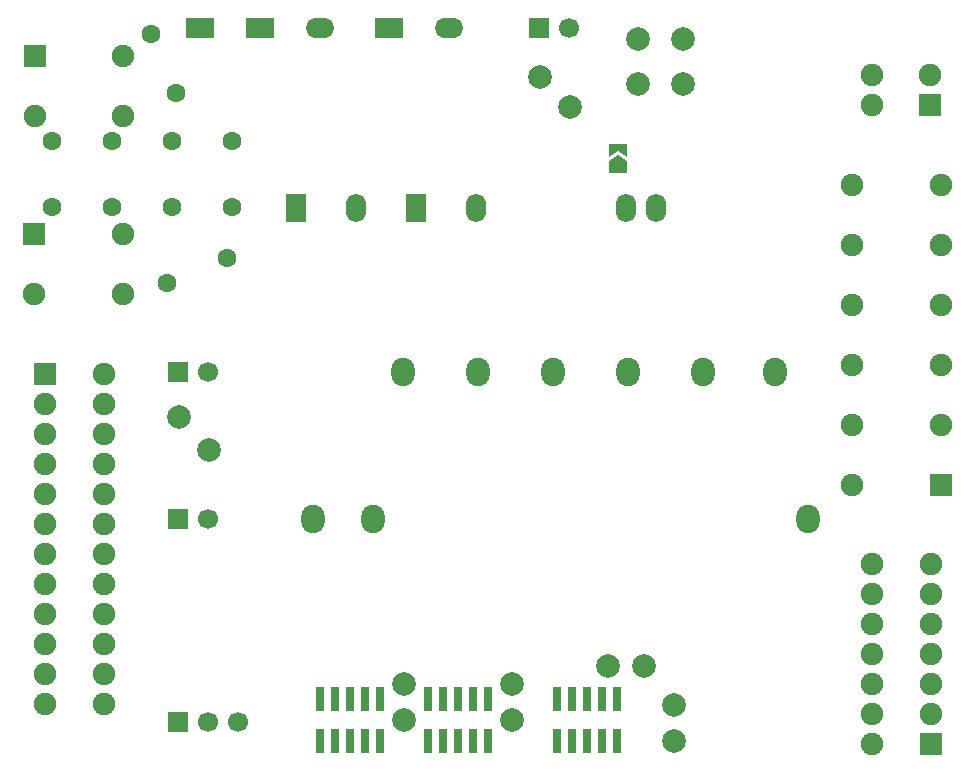
<source format=gbr>
%TF.GenerationSoftware,KiCad,Pcbnew,(5.1.10)-1*%
%TF.CreationDate,2021-06-06T16:07:07+07:00*%
%TF.ProjectId,Mother_module,4d6f7468-6572-45f6-9d6f-64756c652e6b,rev?*%
%TF.SameCoordinates,Original*%
%TF.FileFunction,Soldermask,Top*%
%TF.FilePolarity,Negative*%
%FSLAX46Y46*%
G04 Gerber Fmt 4.6, Leading zero omitted, Abs format (unit mm)*
G04 Created by KiCad (PCBNEW (5.1.10)-1) date 2021-06-06 16:07:07*
%MOMM*%
%LPD*%
G01*
G04 APERTURE LIST*
%ADD10C,1.900000*%
%ADD11R,1.900000X1.900000*%
%ADD12C,2.000000*%
%ADD13R,1.700000X2.400000*%
%ADD14O,1.700000X2.400000*%
%ADD15C,1.700000*%
%ADD16R,1.700000X1.700000*%
%ADD17R,2.400000X1.700000*%
%ADD18O,2.400000X1.700000*%
%ADD19O,2.000000X2.400000*%
%ADD20C,0.100000*%
%ADD21C,1.600000*%
%ADD22R,0.750000X2.100000*%
G04 APERTURE END LIST*
D10*
%TO.C,XP2*%
X61646000Y-84887000D03*
X69166000Y-84887000D03*
D11*
X61646000Y-79807000D03*
D10*
X69166000Y-79807000D03*
%TD*%
%TO.C,XP6*%
X137492000Y-81458000D03*
X132512000Y-81458000D03*
D11*
X137492000Y-83998000D03*
D10*
X132512000Y-83998000D03*
%TD*%
D12*
%TO.C,TP10*%
X116510000Y-82220000D03*
%TD*%
%TO.C,TP9*%
X106985000Y-84125000D03*
%TD*%
%TO.C,TP8*%
X116510000Y-78410000D03*
%TD*%
%TO.C,TP7*%
X104445000Y-81585000D03*
%TD*%
D13*
%TO.C,U6*%
X83744000Y-92697500D03*
D14*
X88824000Y-92697500D03*
X111684000Y-92697500D03*
X114224000Y-92697500D03*
%TD*%
D15*
%TO.C,U4*%
X106860000Y-77470000D03*
D16*
X104320000Y-77470000D03*
D17*
X75618000Y-77470000D03*
X80698000Y-77470000D03*
D18*
X85778000Y-77470000D03*
D17*
X91620000Y-77470000D03*
D18*
X96700000Y-77470000D03*
%TD*%
D13*
%TO.C,U5*%
X93904000Y-92697500D03*
D14*
X98984000Y-92697500D03*
X111684000Y-92697500D03*
X114224000Y-92697500D03*
%TD*%
D19*
%TO.C,U7*%
X124336000Y-106553000D03*
X118240000Y-106553000D03*
X111890000Y-106553000D03*
D16*
X73790000Y-106553000D03*
D15*
X76330000Y-106553000D03*
D19*
X92840000Y-106553000D03*
X99190000Y-106553000D03*
X105540000Y-106553000D03*
%TD*%
D16*
%TO.C,U8*%
X73790000Y-118999000D03*
D15*
X76330000Y-118999000D03*
D19*
X90300000Y-118999000D03*
X85220000Y-118999000D03*
X127130000Y-118999000D03*
%TD*%
D12*
%TO.C,TP4*%
X112700000Y-82220000D03*
%TD*%
%TO.C,TP3*%
X112700000Y-78410000D03*
%TD*%
D20*
%TO.C,JP1*%
G36*
X111049000Y-88205000D02*
G01*
X111799000Y-88705000D01*
X111799000Y-89705000D01*
X110299000Y-89705000D01*
X110299000Y-88705000D01*
X111049000Y-88205000D01*
G37*
G36*
X111799000Y-87255000D02*
G01*
X111799000Y-88405000D01*
X111049000Y-87905000D01*
X110299000Y-88405000D01*
X110299000Y-87255000D01*
X111799000Y-87255000D01*
G37*
%TD*%
D21*
%TO.C,RV1*%
X71482000Y-77982000D03*
X73582000Y-82982000D03*
%TD*%
%TO.C,RV2*%
X72902000Y-99052000D03*
X77902000Y-96952000D03*
%TD*%
%TO.C,F2*%
X68193500Y-92634000D03*
X78353500Y-92634000D03*
X63113500Y-92634000D03*
X73273500Y-92634000D03*
%TD*%
D10*
%TO.C,XP3*%
X61639500Y-100000000D03*
X69159500Y-100000000D03*
D11*
X61639500Y-94920000D03*
D10*
X69159500Y-94920000D03*
%TD*%
D12*
%TO.C,TP16*%
X115748000Y-134798000D03*
%TD*%
%TO.C,TP15*%
X110160000Y-131496000D03*
%TD*%
%TO.C,TP12*%
X113208000Y-131496000D03*
%TD*%
%TO.C,TP11*%
X115748000Y-137846000D03*
%TD*%
%TO.C,TP14*%
X102032000Y-133020000D03*
%TD*%
%TO.C,TP13*%
X102032000Y-136068000D03*
%TD*%
D10*
%TO.C,XP1*%
X67501500Y-134671000D03*
X62521500Y-134671000D03*
X62521500Y-132131000D03*
X67501500Y-132131000D03*
X67501500Y-129591000D03*
X62521500Y-129591000D03*
X67501500Y-127051000D03*
X62521500Y-127051000D03*
X62521500Y-124511000D03*
X67501500Y-124511000D03*
X62521500Y-121971000D03*
X67501500Y-121971000D03*
X62521500Y-119431000D03*
X67501500Y-119431000D03*
X62521500Y-116891000D03*
X67501500Y-116891000D03*
X62521500Y-114351000D03*
X67501500Y-114351000D03*
X62521500Y-111811000D03*
X67501500Y-111811000D03*
X62521500Y-109271000D03*
X67501500Y-109271000D03*
D11*
X62521500Y-106731000D03*
D10*
X67501500Y-106731000D03*
%TD*%
D12*
%TO.C,TP2*%
X92888000Y-136068000D03*
%TD*%
D10*
%TO.C,XP4*%
X137528500Y-122860000D03*
X132548500Y-122860000D03*
X137528500Y-125400000D03*
X132548500Y-125400000D03*
X137528500Y-127940000D03*
X132548500Y-127940000D03*
X137528500Y-130480000D03*
X132548500Y-130480000D03*
X137528500Y-133020000D03*
X132548500Y-133020000D03*
X137528500Y-135560000D03*
X132548500Y-135560000D03*
D11*
X137528500Y-138100000D03*
D10*
X132548500Y-138100000D03*
%TD*%
D12*
%TO.C,TP1*%
X92888000Y-133020000D03*
%TD*%
D22*
%TO.C,U3*%
X110922000Y-137842000D03*
X110922000Y-134242000D03*
X109652000Y-137842000D03*
X109652000Y-134242000D03*
X108382000Y-137842000D03*
X108382000Y-134242000D03*
X107112000Y-137842000D03*
X107112000Y-134242000D03*
X105842000Y-137842000D03*
X105842000Y-134242000D03*
X100000000Y-137842000D03*
X100000000Y-134242000D03*
X98730000Y-137842000D03*
X98730000Y-134242000D03*
X97460000Y-137842000D03*
X97460000Y-134242000D03*
X96190000Y-137842000D03*
X96190000Y-134242000D03*
X94920000Y-137842000D03*
X94920000Y-134242000D03*
X90856000Y-137842000D03*
X90856000Y-134242000D03*
X89586000Y-137842000D03*
X89586000Y-134242000D03*
X88316000Y-137842000D03*
X88316000Y-134242000D03*
X87046000Y-137842000D03*
X87046000Y-134242000D03*
X85776000Y-137842000D03*
X85776000Y-134242000D03*
D15*
X78870000Y-136212000D03*
X76330000Y-136212000D03*
D16*
X73790000Y-136212000D03*
%TD*%
D10*
%TO.C,XP5*%
X138417500Y-90729000D03*
X130897500Y-90729000D03*
X138417500Y-95809000D03*
X130897500Y-95809000D03*
X138417500Y-100889000D03*
X130897500Y-100889000D03*
X138417500Y-105969000D03*
X130897500Y-105969000D03*
X138417500Y-111049000D03*
X130897500Y-111049000D03*
D11*
X138417500Y-116129000D03*
D10*
X130897500Y-116129000D03*
%TD*%
D12*
%TO.C,TP6*%
X76378000Y-113208000D03*
%TD*%
%TO.C,TP5*%
X73838000Y-110414000D03*
%TD*%
D21*
%TO.C,F1*%
X68193500Y-87046000D03*
X78353500Y-87046000D03*
X63113500Y-87046000D03*
X73273500Y-87046000D03*
%TD*%
M02*

</source>
